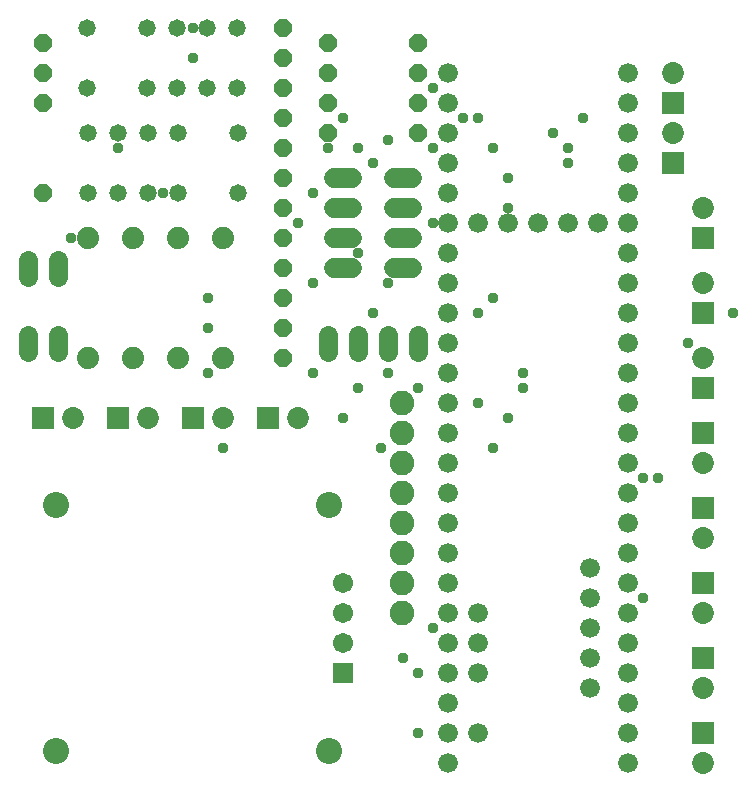
<source format=gbr>
G04 EAGLE Gerber RS-274X export*
G75*
%MOMM*%
%FSLAX34Y34*%
%LPD*%
%INSoldermask Top*%
%IPPOS*%
%AMOC8*
5,1,8,0,0,1.08239X$1,22.5*%
G01*
%ADD10C,1.625600*%
%ADD11C,1.473200*%
%ADD12C,1.879600*%
%ADD13P,1.649562X8X202.500000*%
%ADD14C,1.676400*%
%ADD15C,1.727200*%
%ADD16C,2.082800*%
%ADD17R,1.853200X1.853200*%
%ADD18C,1.853200*%
%ADD19P,1.649562X8X112.500000*%
%ADD20R,1.711200X1.711200*%
%ADD21C,1.711200*%
%ADD22C,2.203200*%
%ADD23P,1.649562X8X292.500000*%
%ADD24C,0.959600*%


D10*
X63500Y348488D02*
X63500Y362712D01*
X88900Y362712D02*
X88900Y348488D01*
X-241300Y411988D02*
X-241300Y426212D01*
X-215900Y426212D02*
X-215900Y411988D01*
D11*
X-190754Y571500D03*
X-139954Y571500D03*
X-114554Y571500D03*
X-89154Y571500D03*
X-63754Y571500D03*
X-63754Y622300D03*
X-89154Y622300D03*
X-114554Y622300D03*
X-139954Y622300D03*
X-190754Y622300D03*
D12*
X-114300Y444500D03*
X-114300Y342900D03*
X-76200Y444500D03*
X-76200Y342900D03*
X-190500Y444500D03*
X-190500Y342900D03*
X-152400Y444500D03*
X-152400Y342900D03*
D10*
X-241300Y348488D02*
X-241300Y362712D01*
X-215900Y362712D02*
X-215900Y348488D01*
D11*
X-62992Y533400D03*
X-113792Y533400D03*
X-139192Y533400D03*
X-164592Y533400D03*
X-189992Y533400D03*
X-189992Y482600D03*
X-164592Y482600D03*
X-139192Y482600D03*
X-113792Y482600D03*
X-62992Y482600D03*
D13*
X88900Y584200D03*
X12700Y584200D03*
X88900Y609600D03*
X12700Y609600D03*
X88900Y533400D03*
X12700Y533400D03*
X88900Y558800D03*
X12700Y558800D03*
D10*
X12700Y362712D02*
X12700Y348488D01*
X38100Y348488D02*
X38100Y362712D01*
D14*
X266700Y50800D03*
X266700Y76200D03*
X266700Y101600D03*
X266700Y127000D03*
X266700Y152400D03*
X266700Y177800D03*
X266700Y203200D03*
X266700Y228600D03*
X266700Y254000D03*
X266700Y279400D03*
X266700Y304800D03*
X266700Y330200D03*
X114300Y330200D03*
X114300Y304800D03*
X114300Y279400D03*
X114300Y254000D03*
X114300Y228600D03*
X114300Y203200D03*
X114300Y177800D03*
X114300Y152400D03*
X114300Y127000D03*
X114300Y101600D03*
X114300Y76200D03*
X266700Y25400D03*
X114300Y50800D03*
X114300Y25400D03*
X266700Y0D03*
X114300Y0D03*
X266700Y355600D03*
X114300Y355600D03*
X266700Y381000D03*
X266700Y406400D03*
X266700Y431800D03*
X266700Y457200D03*
X266700Y482600D03*
X266700Y508000D03*
X266700Y533400D03*
X266700Y558800D03*
X266700Y584200D03*
X114300Y584200D03*
X114300Y558800D03*
X114300Y533400D03*
X114300Y508000D03*
X114300Y482600D03*
X114300Y457200D03*
X114300Y431800D03*
X114300Y406400D03*
X114300Y381000D03*
X241300Y457200D03*
X190500Y457200D03*
X165100Y457200D03*
X215900Y457200D03*
X139700Y457200D03*
X139700Y25400D03*
X139700Y76200D03*
X139700Y101600D03*
X139700Y127000D03*
X234950Y63500D03*
X234950Y88900D03*
X234950Y114300D03*
X234950Y139700D03*
X234950Y165100D03*
D15*
X33020Y495300D02*
X17780Y495300D01*
X17780Y469900D02*
X33020Y469900D01*
X33020Y444500D02*
X17780Y444500D01*
X17780Y419100D02*
X33020Y419100D01*
X68580Y495300D02*
X83820Y495300D01*
X83820Y469900D02*
X68580Y469900D01*
X68580Y444500D02*
X83820Y444500D01*
X83820Y419100D02*
X68580Y419100D01*
D16*
X75819Y304800D03*
X75819Y279400D03*
X75819Y254000D03*
X75819Y228600D03*
X75819Y203200D03*
X75819Y177800D03*
X75819Y152400D03*
X75819Y127000D03*
D17*
X-228600Y292100D03*
D18*
X-203200Y292100D03*
D17*
X-101600Y292100D03*
D18*
X-76200Y292100D03*
D17*
X-38100Y292100D03*
D18*
X-12700Y292100D03*
D17*
X-165100Y292100D03*
D18*
X-139700Y292100D03*
D19*
X-25400Y546100D03*
X-25400Y495300D03*
X-25400Y520700D03*
X-25400Y469900D03*
X-25400Y419100D03*
X-25400Y444500D03*
X-25400Y393700D03*
X-25400Y342900D03*
X-25400Y368300D03*
X-25400Y622300D03*
X-25400Y571500D03*
X-25400Y596900D03*
D20*
X25400Y76200D03*
D21*
X25400Y101600D03*
X25400Y127000D03*
X25400Y152400D03*
D22*
X13970Y10160D03*
X13970Y218440D03*
X-217170Y218440D03*
X-217170Y10160D03*
D19*
X-228600Y584200D03*
X-228600Y609600D03*
D23*
X-228600Y558800D03*
X-228600Y482600D03*
D17*
X304800Y508000D03*
D18*
X304800Y533400D03*
D17*
X304800Y558800D03*
D18*
X304800Y584200D03*
D17*
X330200Y317500D03*
D18*
X330200Y342900D03*
D17*
X330200Y152400D03*
D18*
X330200Y127000D03*
D17*
X330200Y88900D03*
D18*
X330200Y63500D03*
D17*
X330200Y25400D03*
D18*
X330200Y0D03*
D17*
X330200Y381000D03*
D18*
X330200Y406400D03*
D17*
X330200Y444500D03*
D18*
X330200Y469900D03*
D17*
X330200Y279400D03*
D18*
X330200Y254000D03*
D17*
X330200Y215900D03*
D18*
X330200Y190500D03*
D24*
X50800Y381000D03*
X63500Y330200D03*
X-89154Y622300D03*
X-165100Y520700D03*
X152400Y266700D03*
X57630Y266700D03*
X-76200Y266700D03*
X-88900Y330200D03*
X-88900Y368300D03*
X-88900Y393700D03*
X177800Y317500D03*
X88900Y317500D03*
X38100Y317500D03*
X0Y330200D03*
X-204188Y444500D03*
X-101600Y622300D03*
X-101600Y596900D03*
X12700Y520700D03*
X38100Y520700D03*
X101600Y520700D03*
X165100Y495300D03*
X25400Y546100D03*
X-12700Y457200D03*
X63500Y527530D03*
X50800Y508000D03*
X38100Y432026D03*
X63500Y406174D03*
X0Y406400D03*
X152400Y393700D03*
X127000Y546100D03*
X152400Y520700D03*
X228600Y546100D03*
X215900Y508000D03*
X76200Y88900D03*
X88900Y76200D03*
X101600Y114300D03*
X88900Y25400D03*
X177800Y330200D03*
X279400Y241300D03*
X279400Y139700D03*
X101600Y571500D03*
X355600Y381000D03*
X139700Y546100D03*
X203200Y533400D03*
X215900Y520700D03*
X317500Y355600D03*
X165100Y469900D03*
X292100Y241300D03*
X-127000Y482600D03*
X25400Y292100D03*
X165100Y292100D03*
X139700Y304800D03*
X139700Y381000D03*
X101600Y457200D03*
X0Y482600D03*
M02*

</source>
